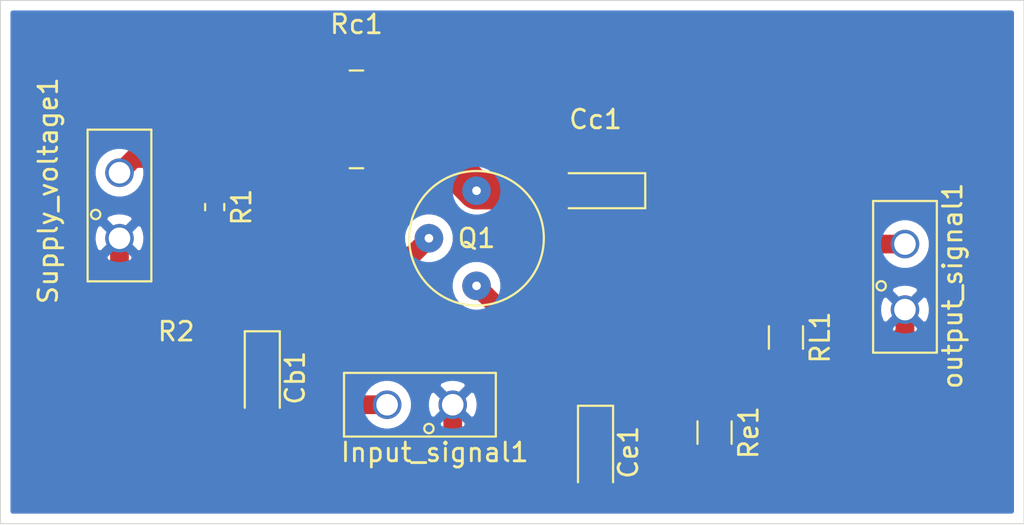
<source format=kicad_pcb>
(kicad_pcb (version 20171130) (host pcbnew 5.1.2-f72e74a~84~ubuntu18.04.1)

  (general
    (thickness 1.6)
    (drawings 5)
    (tracks 44)
    (zones 0)
    (modules 12)
    (nets 8)
  )

  (page A4)
  (layers
    (0 F.Cu signal)
    (31 B.Cu signal)
    (32 B.Adhes user)
    (33 F.Adhes user)
    (34 B.Paste user)
    (35 F.Paste user)
    (36 B.SilkS user)
    (37 F.SilkS user)
    (38 B.Mask user)
    (39 F.Mask user)
    (40 Dwgs.User user)
    (41 Cmts.User user)
    (42 Eco1.User user)
    (43 Eco2.User user)
    (44 Edge.Cuts user)
    (45 Margin user hide)
    (46 B.CrtYd user)
    (47 F.CrtYd user)
    (48 B.Fab user)
    (49 F.Fab user)
  )

  (setup
    (last_trace_width 0.25)
    (trace_clearance 0.2)
    (zone_clearance 0.508)
    (zone_45_only no)
    (trace_min 0.2)
    (via_size 0.8)
    (via_drill 0.4)
    (via_min_size 0.4)
    (via_min_drill 0.3)
    (uvia_size 0.3)
    (uvia_drill 0.1)
    (uvias_allowed no)
    (uvia_min_size 0.2)
    (uvia_min_drill 0.1)
    (edge_width 0.05)
    (segment_width 0.2)
    (pcb_text_width 0.3)
    (pcb_text_size 1.5 1.5)
    (mod_edge_width 0.12)
    (mod_text_size 1 1)
    (mod_text_width 0.15)
    (pad_size 1.524 1.524)
    (pad_drill 0.762)
    (pad_to_mask_clearance 0.051)
    (solder_mask_min_width 0.25)
    (aux_axis_origin 0 0)
    (visible_elements FFFFFF7F)
    (pcbplotparams
      (layerselection 0x010fc_ffffffff)
      (usegerberextensions true)
      (usegerberattributes false)
      (usegerberadvancedattributes false)
      (creategerberjobfile false)
      (excludeedgelayer true)
      (linewidth 0.100000)
      (plotframeref false)
      (viasonmask false)
      (mode 1)
      (useauxorigin false)
      (hpglpennumber 1)
      (hpglpenspeed 20)
      (hpglpendiameter 15.000000)
      (psnegative false)
      (psa4output false)
      (plotreference true)
      (plotvalue true)
      (plotinvisibletext false)
      (padsonsilk false)
      (subtractmaskfromsilk false)
      (outputformat 1)
      (mirror false)
      (drillshape 0)
      (scaleselection 1)
      (outputdirectory "datasheet_composants/drill/"))
  )

  (net 0 "")
  (net 1 in)
  (net 2 VR1)
  (net 3 Vc)
  (net 4 out)
  (net 5 GND)
  (net 6 Ve)
  (net 7 V2)

  (net_class Default "This is the default net class."
    (clearance 0.2)
    (trace_width 0.25)
    (via_dia 0.8)
    (via_drill 0.4)
    (uvia_dia 0.3)
    (uvia_drill 0.1)
    (add_net GND)
    (add_net V2)
    (add_net VR1)
    (add_net Vc)
    (add_net Ve)
    (add_net in)
    (add_net out)
  )

  (module Resistor_SMD:R_1206_3216Metric_Pad1.42x1.75mm_HandSolder (layer F.Cu) (tedit 5B301BBD) (tstamp 5D0108CC)
    (at 171.45 137.3775 270)
    (descr "Resistor SMD 1206 (3216 Metric), square (rectangular) end terminal, IPC_7351 nominal with elongated pad for handsoldering. (Body size source: http://www.tortai-tech.com/upload/download/2011102023233369053.pdf), generated with kicad-footprint-generator")
    (tags "resistor handsolder")
    (path /5CFC2981)
    (attr smd)
    (fp_text reference Re1 (at 0 -1.82 90) (layer F.SilkS)
      (effects (font (size 1 1) (thickness 0.15)))
    )
    (fp_text value 12 (at 2.3225 -1.27 90) (layer F.Fab)
      (effects (font (size 1 1) (thickness 0.15)))
    )
    (fp_text user %R (at 0 0 90) (layer F.Fab)
      (effects (font (size 0.8 0.8) (thickness 0.12)))
    )
    (fp_line (start 2.45 1.12) (end -2.45 1.12) (layer F.CrtYd) (width 0.05))
    (fp_line (start 2.45 -1.12) (end 2.45 1.12) (layer F.CrtYd) (width 0.05))
    (fp_line (start -2.45 -1.12) (end 2.45 -1.12) (layer F.CrtYd) (width 0.05))
    (fp_line (start -2.45 1.12) (end -2.45 -1.12) (layer F.CrtYd) (width 0.05))
    (fp_line (start -0.602064 0.91) (end 0.602064 0.91) (layer F.SilkS) (width 0.12))
    (fp_line (start -0.602064 -0.91) (end 0.602064 -0.91) (layer F.SilkS) (width 0.12))
    (fp_line (start 1.6 0.8) (end -1.6 0.8) (layer F.Fab) (width 0.1))
    (fp_line (start 1.6 -0.8) (end 1.6 0.8) (layer F.Fab) (width 0.1))
    (fp_line (start -1.6 -0.8) (end 1.6 -0.8) (layer F.Fab) (width 0.1))
    (fp_line (start -1.6 0.8) (end -1.6 -0.8) (layer F.Fab) (width 0.1))
    (pad 2 smd roundrect (at 1.4875 0 270) (size 1.425 1.75) (layers F.Cu F.Paste F.Mask) (roundrect_rratio 0.175439)
      (net 5 GND))
    (pad 1 smd roundrect (at -1.4875 0 270) (size 1.425 1.75) (layers F.Cu F.Paste F.Mask) (roundrect_rratio 0.175439)
      (net 6 Ve))
    (model ${KISYS3DMOD}/Resistor_SMD.3dshapes/R_1206_3216Metric.wrl
      (at (xyz 0 0 0))
      (scale (xyz 1 1 1))
      (rotate (xyz 0 0 0))
    )
  )

  (module Resistor_SMD:R_1206_3216Metric_Pad1.42x1.75mm_HandSolder (layer F.Cu) (tedit 5B301BBD) (tstamp 5D0108DD)
    (at 175.26 132.2975 270)
    (descr "Resistor SMD 1206 (3216 Metric), square (rectangular) end terminal, IPC_7351 nominal with elongated pad for handsoldering. (Body size source: http://www.tortai-tech.com/upload/download/2011102023233369053.pdf), generated with kicad-footprint-generator")
    (tags "resistor handsolder")
    (path /5CFA6508)
    (attr smd)
    (fp_text reference RL1 (at 0 -1.82 90) (layer F.SilkS)
      (effects (font (size 1 1) (thickness 0.15)))
    )
    (fp_text value 1MEG (at 0 1.82 90) (layer F.Fab)
      (effects (font (size 1 1) (thickness 0.15)))
    )
    (fp_text user %R (at 0 0 90) (layer F.Fab)
      (effects (font (size 0.8 0.8) (thickness 0.12)))
    )
    (fp_line (start 2.45 1.12) (end -2.45 1.12) (layer F.CrtYd) (width 0.05))
    (fp_line (start 2.45 -1.12) (end 2.45 1.12) (layer F.CrtYd) (width 0.05))
    (fp_line (start -2.45 -1.12) (end 2.45 -1.12) (layer F.CrtYd) (width 0.05))
    (fp_line (start -2.45 1.12) (end -2.45 -1.12) (layer F.CrtYd) (width 0.05))
    (fp_line (start -0.602064 0.91) (end 0.602064 0.91) (layer F.SilkS) (width 0.12))
    (fp_line (start -0.602064 -0.91) (end 0.602064 -0.91) (layer F.SilkS) (width 0.12))
    (fp_line (start 1.6 0.8) (end -1.6 0.8) (layer F.Fab) (width 0.1))
    (fp_line (start 1.6 -0.8) (end 1.6 0.8) (layer F.Fab) (width 0.1))
    (fp_line (start -1.6 -0.8) (end 1.6 -0.8) (layer F.Fab) (width 0.1))
    (fp_line (start -1.6 0.8) (end -1.6 -0.8) (layer F.Fab) (width 0.1))
    (pad 2 smd roundrect (at 1.4875 0 270) (size 1.425 1.75) (layers F.Cu F.Paste F.Mask) (roundrect_rratio 0.175439)
      (net 5 GND))
    (pad 1 smd roundrect (at -1.4875 0 270) (size 1.425 1.75) (layers F.Cu F.Paste F.Mask) (roundrect_rratio 0.175439)
      (net 4 out))
    (model ${KISYS3DMOD}/Resistor_SMD.3dshapes/R_1206_3216Metric.wrl
      (at (xyz 0 0 0))
      (scale (xyz 1 1 1))
      (rotate (xyz 0 0 0))
    )
  )

  (module Resistor_SMD:R_1020_2550Metric_Pad1.33x5.20mm_HandSolder (layer F.Cu) (tedit 5B301BBD) (tstamp 5D0108BB)
    (at 152.3425 120.65)
    (descr "Resistor SMD 1020 (2550 Metric), square (rectangular) end terminal, IPC_7351 nominal with elongated pad for handsoldering. (Body size source: https://www.vishay.com/docs/20019/rcwe.pdf), generated with kicad-footprint-generator")
    (tags "resistor handsolder")
    (path /5CFC16A7)
    (attr smd)
    (fp_text reference Rc1 (at 0 -5.08) (layer F.SilkS)
      (effects (font (size 1 1) (thickness 0.15)))
    )
    (fp_text value 20 (at 0.0575 -3.81) (layer F.Fab)
      (effects (font (size 1 1) (thickness 0.15)))
    )
    (fp_text user %R (at 0 0) (layer F.Fab)
      (effects (font (size 0.62 0.62) (thickness 0.09)))
    )
    (fp_line (start 2.12 2.85) (end -2.12 2.85) (layer F.CrtYd) (width 0.05))
    (fp_line (start 2.12 -2.85) (end 2.12 2.85) (layer F.CrtYd) (width 0.05))
    (fp_line (start -2.12 -2.85) (end 2.12 -2.85) (layer F.CrtYd) (width 0.05))
    (fp_line (start -2.12 2.85) (end -2.12 -2.85) (layer F.CrtYd) (width 0.05))
    (fp_line (start -0.361252 2.61) (end 0.361252 2.61) (layer F.SilkS) (width 0.12))
    (fp_line (start -0.361252 -2.61) (end 0.361252 -2.61) (layer F.SilkS) (width 0.12))
    (fp_line (start 1.25 2.5) (end -1.25 2.5) (layer F.Fab) (width 0.1))
    (fp_line (start 1.25 -2.5) (end 1.25 2.5) (layer F.Fab) (width 0.1))
    (fp_line (start -1.25 -2.5) (end 1.25 -2.5) (layer F.Fab) (width 0.1))
    (fp_line (start -1.25 2.5) (end -1.25 -2.5) (layer F.Fab) (width 0.1))
    (pad 2 smd roundrect (at 1.2125 0) (size 1.325 5.2) (layers F.Cu F.Paste F.Mask) (roundrect_rratio 0.188679)
      (net 3 Vc))
    (pad 1 smd roundrect (at -1.2125 0) (size 1.325 5.2) (layers F.Cu F.Paste F.Mask) (roundrect_rratio 0.188679)
      (net 7 V2))
    (model ${KISYS3DMOD}/Resistor_SMD.3dshapes/R_1020_2550Metric.wrl
      (at (xyz 0 0 0))
      (scale (xyz 1 1 1))
      (rotate (xyz 0 0 0))
    )
  )

  (module borniers:PRT-08084 (layer F.Cu) (tedit 5D01074F) (tstamp 5D0116B3)
    (at 176.53 130.81 270)
    (path /5D0B88EB)
    (fp_text reference output_signal1 (at -1.27 -7.62 90) (layer F.SilkS)
      (effects (font (size 1 1) (thickness 0.15)))
    )
    (fp_text value Vout (at -2.54 -10.16 90) (layer F.Fab)
      (effects (font (size 1 1) (thickness 0.15)))
    )
    (fp_circle (center -1.27 -3.81) (end -1.02 -3.81) (layer F.SilkS) (width 0.12))
    (fp_line (start 2.3 -3.38) (end -5.8 -3.38) (layer F.SilkS) (width 0.12))
    (fp_line (start -5.8 -6.78) (end 2.3 -6.78) (layer F.SilkS) (width 0.12))
    (fp_line (start 2.3 -3.38) (end 2.3 -6.78) (layer F.SilkS) (width 0.12))
    (fp_line (start -5.8 -3.38) (end -5.8 -6.78) (layer F.SilkS) (width 0.12))
    (pad 2 thru_hole circle (at 0 -5.08 270) (size 1.524 1.524) (drill 1.15) (layers *.Cu *.Mask)
      (net 5 GND))
    (pad 1 thru_hole circle (at -3.5 -5.08 270) (size 1.524 1.524) (drill 1.15) (layers *.Cu *.Mask)
      (net 4 out))
  )

  (module Capacitor_Tantalum_SMD:CP_EIA-3216-10_Kemet-I_Pad1.58x1.35mm_HandSolder (layer F.Cu) (tedit 5B301BBE) (tstamp 5D010864)
    (at 165.2675 124.46 180)
    (descr "Tantalum Capacitor SMD Kemet-I (3216-10 Metric), IPC_7351 nominal, (Body size from: http://www.kemet.com/Lists/ProductCatalog/Attachments/253/KEM_TC101_STD.pdf), generated with kicad-footprint-generator")
    (tags "capacitor tantalum")
    (path /5CF920F7)
    (attr smd)
    (fp_text reference Cc1 (at 0.1675 3.81) (layer F.SilkS)
      (effects (font (size 1 1) (thickness 0.15)))
    )
    (fp_text value 10u (at 0 1.75) (layer F.Fab)
      (effects (font (size 1 1) (thickness 0.15)))
    )
    (fp_text user %R (at 0 0) (layer F.Fab)
      (effects (font (size 0.8 0.8) (thickness 0.12)))
    )
    (fp_line (start 2.48 1.05) (end -2.48 1.05) (layer F.CrtYd) (width 0.05))
    (fp_line (start 2.48 -1.05) (end 2.48 1.05) (layer F.CrtYd) (width 0.05))
    (fp_line (start -2.48 -1.05) (end 2.48 -1.05) (layer F.CrtYd) (width 0.05))
    (fp_line (start -2.48 1.05) (end -2.48 -1.05) (layer F.CrtYd) (width 0.05))
    (fp_line (start -2.485 0.935) (end 1.6 0.935) (layer F.SilkS) (width 0.12))
    (fp_line (start -2.485 -0.935) (end -2.485 0.935) (layer F.SilkS) (width 0.12))
    (fp_line (start 1.6 -0.935) (end -2.485 -0.935) (layer F.SilkS) (width 0.12))
    (fp_line (start 1.6 0.8) (end 1.6 -0.8) (layer F.Fab) (width 0.1))
    (fp_line (start -1.6 0.8) (end 1.6 0.8) (layer F.Fab) (width 0.1))
    (fp_line (start -1.6 -0.4) (end -1.6 0.8) (layer F.Fab) (width 0.1))
    (fp_line (start -1.2 -0.8) (end -1.6 -0.4) (layer F.Fab) (width 0.1))
    (fp_line (start 1.6 -0.8) (end -1.2 -0.8) (layer F.Fab) (width 0.1))
    (pad 2 smd roundrect (at 1.4375 0 180) (size 1.575 1.35) (layers F.Cu F.Paste F.Mask) (roundrect_rratio 0.185185)
      (net 3 Vc))
    (pad 1 smd roundrect (at -1.4375 0 180) (size 1.575 1.35) (layers F.Cu F.Paste F.Mask) (roundrect_rratio 0.185185)
      (net 4 out))
    (model ${KISYS3DMOD}/Capacitor_Tantalum_SMD.3dshapes/CP_EIA-3216-10_Kemet-I.wrl
      (at (xyz 0 0 0))
      (scale (xyz 1 1 1))
      (rotate (xyz 0 0 0))
    )
  )

  (module borniers:PRT-08084 (layer F.Cu) (tedit 5D01074F) (tstamp 5D0108E8)
    (at 134.62 127 270)
    (path /5D0A2153)
    (fp_text reference Supply_voltage1 (at -2.54 -1.27 90) (layer F.SilkS)
      (effects (font (size 1 1) (thickness 0.15)))
    )
    (fp_text value Vcc_conn (at -2.54 -2.54 90) (layer F.Fab)
      (effects (font (size 1 1) (thickness 0.15)))
    )
    (fp_circle (center -1.27 -3.81) (end -1.02 -3.81) (layer F.SilkS) (width 0.12))
    (fp_line (start 2.3 -3.38) (end -5.8 -3.38) (layer F.SilkS) (width 0.12))
    (fp_line (start -5.8 -6.78) (end 2.3 -6.78) (layer F.SilkS) (width 0.12))
    (fp_line (start 2.3 -3.38) (end 2.3 -6.78) (layer F.SilkS) (width 0.12))
    (fp_line (start -5.8 -3.38) (end -5.8 -6.78) (layer F.SilkS) (width 0.12))
    (pad 2 thru_hole circle (at 0 -5.08 270) (size 1.524 1.524) (drill 1.15) (layers *.Cu *.Mask)
      (net 5 GND))
    (pad 1 thru_hole circle (at -3.5 -5.08 270) (size 1.524 1.524) (drill 1.15) (layers *.Cu *.Mask)
      (net 7 V2))
  )

  (module 2n2219:2N2219 (layer F.Cu) (tedit 5D00B776) (tstamp 5D01088A)
    (at 158.75 132.08)
    (path /5CFC1062)
    (fp_text reference Q1 (at 0 -5.08) (layer F.SilkS)
      (effects (font (size 1 1) (thickness 0.15)))
    )
    (fp_text value 2N2219 (at -2.54 -1.27) (layer F.Fab)
      (effects (font (size 1 1) (thickness 0.15)))
    )
    (fp_circle (center 0 -5.08) (end 2.54 -7.62) (layer F.SilkS) (width 0.12))
    (pad 3 thru_hole circle (at 0 -7.62) (size 1.524 1.524) (drill 0.46) (layers *.Cu *.Mask)
      (net 3 Vc))
    (pad 2 thru_hole circle (at -2.54 -5.08) (size 1.524 1.524) (drill 0.46) (layers *.Cu *.Mask)
      (net 2 VR1))
    (pad 1 thru_hole circle (at 0 -2.54) (size 1.524 1.524) (drill 0.46) (layers *.Cu *.Mask)
      (net 6 Ve))
  )

  (module Resistor_SMD:R_0603_1608Metric_Pad1.05x0.95mm_HandSolder (layer F.Cu) (tedit 5B301BBD) (tstamp 5D01089B)
    (at 144.78 125.335 270)
    (descr "Resistor SMD 0603 (1608 Metric), square (rectangular) end terminal, IPC_7351 nominal with elongated pad for handsoldering. (Body size source: http://www.tortai-tech.com/upload/download/2011102023233369053.pdf), generated with kicad-footprint-generator")
    (tags "resistor handsolder")
    (path /5CFC40BB)
    (attr smd)
    (fp_text reference R1 (at 0 -1.43 90) (layer F.SilkS)
      (effects (font (size 1 1) (thickness 0.15)))
    )
    (fp_text value 2.8k (at 0 1.43 90) (layer F.Fab)
      (effects (font (size 1 1) (thickness 0.15)))
    )
    (fp_text user %R (at 0 0 90) (layer F.Fab)
      (effects (font (size 0.4 0.4) (thickness 0.06)))
    )
    (fp_line (start 1.65 0.73) (end -1.65 0.73) (layer F.CrtYd) (width 0.05))
    (fp_line (start 1.65 -0.73) (end 1.65 0.73) (layer F.CrtYd) (width 0.05))
    (fp_line (start -1.65 -0.73) (end 1.65 -0.73) (layer F.CrtYd) (width 0.05))
    (fp_line (start -1.65 0.73) (end -1.65 -0.73) (layer F.CrtYd) (width 0.05))
    (fp_line (start -0.171267 0.51) (end 0.171267 0.51) (layer F.SilkS) (width 0.12))
    (fp_line (start -0.171267 -0.51) (end 0.171267 -0.51) (layer F.SilkS) (width 0.12))
    (fp_line (start 0.8 0.4) (end -0.8 0.4) (layer F.Fab) (width 0.1))
    (fp_line (start 0.8 -0.4) (end 0.8 0.4) (layer F.Fab) (width 0.1))
    (fp_line (start -0.8 -0.4) (end 0.8 -0.4) (layer F.Fab) (width 0.1))
    (fp_line (start -0.8 0.4) (end -0.8 -0.4) (layer F.Fab) (width 0.1))
    (pad 2 smd roundrect (at 0.875 0 270) (size 1.05 0.95) (layers F.Cu F.Paste F.Mask) (roundrect_rratio 0.25)
      (net 2 VR1))
    (pad 1 smd roundrect (at -0.875 0 270) (size 1.05 0.95) (layers F.Cu F.Paste F.Mask) (roundrect_rratio 0.25)
      (net 7 V2))
    (model ${KISYS3DMOD}/Resistor_SMD.3dshapes/R_0603_1608Metric.wrl
      (at (xyz 0 0 0))
      (scale (xyz 1 1 1))
      (rotate (xyz 0 0 0))
    )
  )

  (module borniers:PRT-08084 (layer F.Cu) (tedit 5D01074F) (tstamp 5D010882)
    (at 157.48 140.97)
    (path /5D0A9436)
    (fp_text reference Input_signal1 (at -0.96 -2.54) (layer F.SilkS)
      (effects (font (size 1 1) (thickness 0.15)))
    )
    (fp_text value Vin_conn (at -0.96 -1.27) (layer F.Fab)
      (effects (font (size 1 1) (thickness 0.15)))
    )
    (fp_circle (center -1.27 -3.81) (end -1.02 -3.81) (layer F.SilkS) (width 0.12))
    (fp_line (start 2.3 -3.38) (end -5.8 -3.38) (layer F.SilkS) (width 0.12))
    (fp_line (start -5.8 -6.78) (end 2.3 -6.78) (layer F.SilkS) (width 0.12))
    (fp_line (start 2.3 -3.38) (end 2.3 -6.78) (layer F.SilkS) (width 0.12))
    (fp_line (start -5.8 -3.38) (end -5.8 -6.78) (layer F.SilkS) (width 0.12))
    (pad 2 thru_hole circle (at 0 -5.08) (size 1.524 1.524) (drill 1.15) (layers *.Cu *.Mask)
      (net 5 GND))
    (pad 1 thru_hole circle (at -3.5 -5.08) (size 1.524 1.524) (drill 1.15) (layers *.Cu *.Mask)
      (net 1 in))
  )

  (module Resistor_SMD:R_0402_1005Metric (layer F.Cu) (tedit 5B301BBD) (tstamp 5D0108AA)
    (at 142.725 130.81 180)
    (descr "Resistor SMD 0402 (1005 Metric), square (rectangular) end terminal, IPC_7351 nominal, (Body size source: http://www.tortai-tech.com/upload/download/2011102023233369053.pdf), generated with kicad-footprint-generator")
    (tags resistor)
    (path /5CFC4429)
    (attr smd)
    (fp_text reference R2 (at 0 -1.17) (layer F.SilkS)
      (effects (font (size 1 1) (thickness 0.15)))
    )
    (fp_text value 1.8k (at 0 1.17) (layer F.Fab)
      (effects (font (size 1 1) (thickness 0.15)))
    )
    (fp_text user %R (at 0 0) (layer F.Fab)
      (effects (font (size 0.25 0.25) (thickness 0.04)))
    )
    (fp_line (start 0.93 0.47) (end -0.93 0.47) (layer F.CrtYd) (width 0.05))
    (fp_line (start 0.93 -0.47) (end 0.93 0.47) (layer F.CrtYd) (width 0.05))
    (fp_line (start -0.93 -0.47) (end 0.93 -0.47) (layer F.CrtYd) (width 0.05))
    (fp_line (start -0.93 0.47) (end -0.93 -0.47) (layer F.CrtYd) (width 0.05))
    (fp_line (start 0.5 0.25) (end -0.5 0.25) (layer F.Fab) (width 0.1))
    (fp_line (start 0.5 -0.25) (end 0.5 0.25) (layer F.Fab) (width 0.1))
    (fp_line (start -0.5 -0.25) (end 0.5 -0.25) (layer F.Fab) (width 0.1))
    (fp_line (start -0.5 0.25) (end -0.5 -0.25) (layer F.Fab) (width 0.1))
    (pad 2 smd roundrect (at 0.485 0 180) (size 0.59 0.64) (layers F.Cu F.Paste F.Mask) (roundrect_rratio 0.25)
      (net 5 GND))
    (pad 1 smd roundrect (at -0.485 0 180) (size 0.59 0.64) (layers F.Cu F.Paste F.Mask) (roundrect_rratio 0.25)
      (net 2 VR1))
    (model ${KISYS3DMOD}/Resistor_SMD.3dshapes/R_0402_1005Metric.wrl
      (at (xyz 0 0 0))
      (scale (xyz 1 1 1))
      (rotate (xyz 0 0 0))
    )
  )

  (module Capacitor_Tantalum_SMD:CP_EIA-3216-10_Kemet-I_Pad1.58x1.35mm_HandSolder (layer F.Cu) (tedit 5B301BBE) (tstamp 5D010877)
    (at 165.1 138.43 270)
    (descr "Tantalum Capacitor SMD Kemet-I (3216-10 Metric), IPC_7351 nominal, (Body size from: http://www.kemet.com/Lists/ProductCatalog/Attachments/253/KEM_TC101_STD.pdf), generated with kicad-footprint-generator")
    (tags "capacitor tantalum")
    (path /5CFF0991)
    (attr smd)
    (fp_text reference Ce1 (at 0 -1.75 90) (layer F.SilkS)
      (effects (font (size 1 1) (thickness 0.15)))
    )
    (fp_text value 10u (at 2.3725 -1.27 90) (layer F.Fab)
      (effects (font (size 1 1) (thickness 0.15)))
    )
    (fp_text user %R (at 0 0 90) (layer F.Fab)
      (effects (font (size 0.8 0.8) (thickness 0.12)))
    )
    (fp_line (start 2.48 1.05) (end -2.48 1.05) (layer F.CrtYd) (width 0.05))
    (fp_line (start 2.48 -1.05) (end 2.48 1.05) (layer F.CrtYd) (width 0.05))
    (fp_line (start -2.48 -1.05) (end 2.48 -1.05) (layer F.CrtYd) (width 0.05))
    (fp_line (start -2.48 1.05) (end -2.48 -1.05) (layer F.CrtYd) (width 0.05))
    (fp_line (start -2.485 0.935) (end 1.6 0.935) (layer F.SilkS) (width 0.12))
    (fp_line (start -2.485 -0.935) (end -2.485 0.935) (layer F.SilkS) (width 0.12))
    (fp_line (start 1.6 -0.935) (end -2.485 -0.935) (layer F.SilkS) (width 0.12))
    (fp_line (start 1.6 0.8) (end 1.6 -0.8) (layer F.Fab) (width 0.1))
    (fp_line (start -1.6 0.8) (end 1.6 0.8) (layer F.Fab) (width 0.1))
    (fp_line (start -1.6 -0.4) (end -1.6 0.8) (layer F.Fab) (width 0.1))
    (fp_line (start -1.2 -0.8) (end -1.6 -0.4) (layer F.Fab) (width 0.1))
    (fp_line (start 1.6 -0.8) (end -1.2 -0.8) (layer F.Fab) (width 0.1))
    (pad 2 smd roundrect (at 1.4375 0 270) (size 1.575 1.35) (layers F.Cu F.Paste F.Mask) (roundrect_rratio 0.185185)
      (net 5 GND))
    (pad 1 smd roundrect (at -1.4375 0 270) (size 1.575 1.35) (layers F.Cu F.Paste F.Mask) (roundrect_rratio 0.185185)
      (net 6 Ve))
    (model ${KISYS3DMOD}/Capacitor_Tantalum_SMD.3dshapes/CP_EIA-3216-10_Kemet-I.wrl
      (at (xyz 0 0 0))
      (scale (xyz 1 1 1))
      (rotate (xyz 0 0 0))
    )
  )

  (module Capacitor_Tantalum_SMD:CP_EIA-3216-10_Kemet-I_Pad1.58x1.35mm_HandSolder (layer F.Cu) (tedit 5B301BBE) (tstamp 5D010851)
    (at 147.32 134.4525 270)
    (descr "Tantalum Capacitor SMD Kemet-I (3216-10 Metric), IPC_7351 nominal, (Body size from: http://www.kemet.com/Lists/ProductCatalog/Attachments/253/KEM_TC101_STD.pdf), generated with kicad-footprint-generator")
    (tags "capacitor tantalum")
    (path /5CFC7E71)
    (attr smd)
    (fp_text reference Cb1 (at 0 -1.75 90) (layer F.SilkS)
      (effects (font (size 1 1) (thickness 0.15)))
    )
    (fp_text value 10u (at 0 1.75 90) (layer F.Fab)
      (effects (font (size 1 1) (thickness 0.15)))
    )
    (fp_text user %R (at 0 0 90) (layer F.Fab)
      (effects (font (size 0.8 0.8) (thickness 0.12)))
    )
    (fp_line (start 2.48 1.05) (end -2.48 1.05) (layer F.CrtYd) (width 0.05))
    (fp_line (start 2.48 -1.05) (end 2.48 1.05) (layer F.CrtYd) (width 0.05))
    (fp_line (start -2.48 -1.05) (end 2.48 -1.05) (layer F.CrtYd) (width 0.05))
    (fp_line (start -2.48 1.05) (end -2.48 -1.05) (layer F.CrtYd) (width 0.05))
    (fp_line (start -2.485 0.935) (end 1.6 0.935) (layer F.SilkS) (width 0.12))
    (fp_line (start -2.485 -0.935) (end -2.485 0.935) (layer F.SilkS) (width 0.12))
    (fp_line (start 1.6 -0.935) (end -2.485 -0.935) (layer F.SilkS) (width 0.12))
    (fp_line (start 1.6 0.8) (end 1.6 -0.8) (layer F.Fab) (width 0.1))
    (fp_line (start -1.6 0.8) (end 1.6 0.8) (layer F.Fab) (width 0.1))
    (fp_line (start -1.6 -0.4) (end -1.6 0.8) (layer F.Fab) (width 0.1))
    (fp_line (start -1.2 -0.8) (end -1.6 -0.4) (layer F.Fab) (width 0.1))
    (fp_line (start 1.6 -0.8) (end -1.2 -0.8) (layer F.Fab) (width 0.1))
    (pad 2 smd roundrect (at 1.4375 0 270) (size 1.575 1.35) (layers F.Cu F.Paste F.Mask) (roundrect_rratio 0.185185)
      (net 1 in))
    (pad 1 smd roundrect (at -1.4375 0 270) (size 1.575 1.35) (layers F.Cu F.Paste F.Mask) (roundrect_rratio 0.185185)
      (net 2 VR1))
    (model ${KISYS3DMOD}/Capacitor_Tantalum_SMD.3dshapes/CP_EIA-3216-10_Kemet-I.wrl
      (at (xyz 0 0 0))
      (scale (xyz 1 1 1))
      (rotate (xyz 0 0 0))
    )
  )

  (gr_line (start 187.96 142.24) (end 187.96 114.3) (layer Edge.Cuts) (width 0.05) (tstamp 5D01F53A))
  (gr_line (start 133.35 142.24) (end 133.35 139.7) (layer Edge.Cuts) (width 0.05) (tstamp 5D01F488))
  (gr_line (start 187.96 142.24) (end 133.35 142.24) (layer Edge.Cuts) (width 0.05))
  (gr_line (start 133.35 114.3) (end 187.96 114.3) (layer Edge.Cuts) (width 0.05))
  (gr_line (start 133.35 139.7) (end 133.35 114.3) (layer Edge.Cuts) (width 0.05))

  (segment (start 147.32 135.89) (end 153.98 135.89) (width 1) (layer F.Cu) (net 1))
  (segment (start 144.78 126.21) (end 144.78 130.81) (width 0.5) (layer F.Cu) (net 2))
  (segment (start 144.78 130.81) (end 143.21 130.81) (width 0.5) (layer F.Cu) (net 2))
  (segment (start 144.78 130.81) (end 146.985 133.015) (width 0.5) (layer F.Cu) (net 2))
  (segment (start 150.195 133.015) (end 156.21 127) (width 1) (layer F.Cu) (net 2))
  (segment (start 147.32 133.015) (end 150.195 133.015) (width 1) (layer F.Cu) (net 2))
  (segment (start 154.94 120.65) (end 158.75 124.46) (width 2) (layer F.Cu) (net 3))
  (segment (start 153.555 120.65) (end 154.94 120.65) (width 2) (layer F.Cu) (net 3))
  (segment (start 163.83 124.46) (end 158.75 124.46) (width 2) (layer F.Cu) (net 3))
  (segment (start 175.26 130.81) (end 175.26 129.54) (width 1) (layer F.Cu) (net 4))
  (segment (start 175.26 129.54) (end 175.26 127.935) (width 1) (layer F.Cu) (net 4))
  (segment (start 175.885 127.31) (end 181.61 127.31) (width 1) (layer F.Cu) (net 4))
  (segment (start 175.26 127.935) (end 175.885 127.31) (width 1) (layer F.Cu) (net 4))
  (segment (start 170.18 127.935) (end 166.705 124.46) (width 1) (layer F.Cu) (net 4))
  (segment (start 175.26 127.935) (end 170.18 127.935) (width 1) (layer F.Cu) (net 4))
  (segment (start 170.4475 139.8675) (end 171.45 138.865) (width 1) (layer F.Cu) (net 5))
  (segment (start 165.1 139.8675) (end 170.4475 139.8675) (width 1) (layer F.Cu) (net 5))
  (segment (start 171.45 138.865) (end 173.555 138.865) (width 1) (layer F.Cu) (net 5))
  (segment (start 173.555 138.865) (end 175.26 137.16) (width 1) (layer F.Cu) (net 5))
  (segment (start 175.26 137.16) (end 175.26 133.785) (width 1) (layer F.Cu) (net 5))
  (segment (start 175.26 133.785) (end 179.905 133.785) (width 1) (layer F.Cu) (net 5))
  (segment (start 179.905 133.785) (end 181.61 132.08) (width 1) (layer F.Cu) (net 5))
  (segment (start 181.61 132.08) (end 181.61 130.81) (width 1) (layer F.Cu) (net 5))
  (segment (start 142.24 130.81) (end 142.24 134.62) (width 0.5) (layer F.Cu) (net 5))
  (segment (start 157.48 135.89) (end 157.48 138.43) (width 1) (layer F.Cu) (net 5))
  (segment (start 158.9175 139.8675) (end 165.1 139.8675) (width 1) (layer F.Cu) (net 5))
  (segment (start 158.75 139.7) (end 147.32 139.7) (width 1) (layer F.Cu) (net 5))
  (segment (start 158.75 139.7) (end 158.9175 139.8675) (width 0.25) (layer F.Cu) (net 5))
  (segment (start 157.48 138.43) (end 158.75 139.7) (width 1) (layer F.Cu) (net 5))
  (segment (start 147.32 139.7) (end 142.24 134.62) (width 1) (layer F.Cu) (net 5))
  (segment (start 139.7 128.27) (end 142.24 130.81) (width 0.5) (layer F.Cu) (net 5))
  (segment (start 139.7 127) (end 139.7 128.27) (width 1) (layer F.Cu) (net 5))
  (segment (start 165.1 135.89) (end 158.75 129.54) (width 1) (layer F.Cu) (net 6))
  (segment (start 165.1 136.9925) (end 165.1 135.89) (width 1) (layer F.Cu) (net 6))
  (segment (start 170.3475 136.9925) (end 171.45 135.89) (width 1) (layer F.Cu) (net 6))
  (segment (start 164.9325 137.16) (end 170.18 137.16) (width 1) (layer F.Cu) (net 6))
  (segment (start 144.78 124.46) (end 146.165 124.46) (width 1) (layer F.Cu) (net 7))
  (segment (start 146.165 124.46) (end 146.165 121.8625) (width 1) (layer F.Cu) (net 7))
  (segment (start 147.3775 120.65) (end 146.165 121.8625) (width 1) (layer F.Cu) (net 7))
  (segment (start 151.13 120.65) (end 147.3775 120.65) (width 1) (layer F.Cu) (net 7))
  (segment (start 144.280928 123.960928) (end 144.78 124.46) (width 0.25) (layer F.Cu) (net 7))
  (segment (start 143.058001 122.738001) (end 144.280928 123.960928) (width 1) (layer F.Cu) (net 7))
  (segment (start 139.7 123.5) (end 140.461999 122.738001) (width 1) (layer F.Cu) (net 7))
  (segment (start 140.461999 122.738001) (end 143.058001 122.738001) (width 1) (layer F.Cu) (net 7))

  (zone (net 5) (net_name GND) (layer B.Cu) (tstamp 5D01FEDB) (hatch edge 0.508)
    (connect_pads (clearance 0.508))
    (min_thickness 0.254)
    (fill yes (arc_segments 32) (thermal_gap 0.508) (thermal_bridge_width 0.508))
    (polygon
      (pts
        (xy 133.35 114.3) (xy 187.96 114.3) (xy 187.96 142.24) (xy 133.35 142.24)
      )
    )
    (filled_polygon
      (pts
        (xy 187.3 141.58) (xy 134.01 141.58) (xy 134.01 135.752408) (xy 152.583 135.752408) (xy 152.583 136.027592)
        (xy 152.636686 136.29749) (xy 152.741995 136.551727) (xy 152.89488 136.780535) (xy 153.089465 136.97512) (xy 153.318273 137.128005)
        (xy 153.57251 137.233314) (xy 153.842408 137.287) (xy 154.117592 137.287) (xy 154.38749 137.233314) (xy 154.641727 137.128005)
        (xy 154.870535 136.97512) (xy 154.99009 136.855565) (xy 156.69404 136.855565) (xy 156.76102 137.095656) (xy 157.010048 137.212756)
        (xy 157.277135 137.279023) (xy 157.552017 137.29191) (xy 157.824133 137.250922) (xy 158.083023 137.157636) (xy 158.19898 137.095656)
        (xy 158.26596 136.855565) (xy 157.48 136.069605) (xy 156.69404 136.855565) (xy 154.99009 136.855565) (xy 155.06512 136.780535)
        (xy 155.218005 136.551727) (xy 155.323314 136.29749) (xy 155.377 136.027592) (xy 155.377 135.962017) (xy 156.07809 135.962017)
        (xy 156.119078 136.234133) (xy 156.212364 136.493023) (xy 156.274344 136.60898) (xy 156.514435 136.67596) (xy 157.300395 135.89)
        (xy 157.659605 135.89) (xy 158.445565 136.67596) (xy 158.685656 136.60898) (xy 158.802756 136.359952) (xy 158.869023 136.092865)
        (xy 158.88191 135.817983) (xy 158.840922 135.545867) (xy 158.747636 135.286977) (xy 158.685656 135.17102) (xy 158.445565 135.10404)
        (xy 157.659605 135.89) (xy 157.300395 135.89) (xy 156.514435 135.10404) (xy 156.274344 135.17102) (xy 156.157244 135.420048)
        (xy 156.090977 135.687135) (xy 156.07809 135.962017) (xy 155.377 135.962017) (xy 155.377 135.752408) (xy 155.323314 135.48251)
        (xy 155.218005 135.228273) (xy 155.06512 134.999465) (xy 154.99009 134.924435) (xy 156.69404 134.924435) (xy 157.48 135.710395)
        (xy 158.26596 134.924435) (xy 158.19898 134.684344) (xy 157.949952 134.567244) (xy 157.682865 134.500977) (xy 157.407983 134.48809)
        (xy 157.135867 134.529078) (xy 156.876977 134.622364) (xy 156.76102 134.684344) (xy 156.69404 134.924435) (xy 154.99009 134.924435)
        (xy 154.870535 134.80488) (xy 154.641727 134.651995) (xy 154.38749 134.546686) (xy 154.117592 134.493) (xy 153.842408 134.493)
        (xy 153.57251 134.546686) (xy 153.318273 134.651995) (xy 153.089465 134.80488) (xy 152.89488 134.999465) (xy 152.741995 135.228273)
        (xy 152.636686 135.48251) (xy 152.583 135.752408) (xy 134.01 135.752408) (xy 134.01 131.775565) (xy 180.82404 131.775565)
        (xy 180.89102 132.015656) (xy 181.140048 132.132756) (xy 181.407135 132.199023) (xy 181.682017 132.21191) (xy 181.954133 132.170922)
        (xy 182.213023 132.077636) (xy 182.32898 132.015656) (xy 182.39596 131.775565) (xy 181.61 130.989605) (xy 180.82404 131.775565)
        (xy 134.01 131.775565) (xy 134.01 129.402408) (xy 157.353 129.402408) (xy 157.353 129.677592) (xy 157.406686 129.94749)
        (xy 157.511995 130.201727) (xy 157.66488 130.430535) (xy 157.859465 130.62512) (xy 158.088273 130.778005) (xy 158.34251 130.883314)
        (xy 158.612408 130.937) (xy 158.887592 130.937) (xy 159.15749 130.883314) (xy 159.160621 130.882017) (xy 180.20809 130.882017)
        (xy 180.249078 131.154133) (xy 180.342364 131.413023) (xy 180.404344 131.52898) (xy 180.644435 131.59596) (xy 181.430395 130.81)
        (xy 181.789605 130.81) (xy 182.575565 131.59596) (xy 182.815656 131.52898) (xy 182.932756 131.279952) (xy 182.999023 131.012865)
        (xy 183.01191 130.737983) (xy 182.970922 130.465867) (xy 182.877636 130.206977) (xy 182.815656 130.09102) (xy 182.575565 130.02404)
        (xy 181.789605 130.81) (xy 181.430395 130.81) (xy 180.644435 130.02404) (xy 180.404344 130.09102) (xy 180.287244 130.340048)
        (xy 180.220977 130.607135) (xy 180.20809 130.882017) (xy 159.160621 130.882017) (xy 159.411727 130.778005) (xy 159.640535 130.62512)
        (xy 159.83512 130.430535) (xy 159.988005 130.201727) (xy 160.093314 129.94749) (xy 160.113812 129.844435) (xy 180.82404 129.844435)
        (xy 181.61 130.630395) (xy 182.39596 129.844435) (xy 182.32898 129.604344) (xy 182.079952 129.487244) (xy 181.812865 129.420977)
        (xy 181.537983 129.40809) (xy 181.265867 129.449078) (xy 181.006977 129.542364) (xy 180.89102 129.604344) (xy 180.82404 129.844435)
        (xy 160.113812 129.844435) (xy 160.147 129.677592) (xy 160.147 129.402408) (xy 160.093314 129.13251) (xy 159.988005 128.878273)
        (xy 159.83512 128.649465) (xy 159.640535 128.45488) (xy 159.411727 128.301995) (xy 159.15749 128.196686) (xy 158.887592 128.143)
        (xy 158.612408 128.143) (xy 158.34251 128.196686) (xy 158.088273 128.301995) (xy 157.859465 128.45488) (xy 157.66488 128.649465)
        (xy 157.511995 128.878273) (xy 157.406686 129.13251) (xy 157.353 129.402408) (xy 134.01 129.402408) (xy 134.01 127.965565)
        (xy 138.91404 127.965565) (xy 138.98102 128.205656) (xy 139.230048 128.322756) (xy 139.497135 128.389023) (xy 139.772017 128.40191)
        (xy 140.044133 128.360922) (xy 140.303023 128.267636) (xy 140.41898 128.205656) (xy 140.48596 127.965565) (xy 139.7 127.179605)
        (xy 138.91404 127.965565) (xy 134.01 127.965565) (xy 134.01 127.072017) (xy 138.29809 127.072017) (xy 138.339078 127.344133)
        (xy 138.432364 127.603023) (xy 138.494344 127.71898) (xy 138.734435 127.78596) (xy 139.520395 127) (xy 139.879605 127)
        (xy 140.665565 127.78596) (xy 140.905656 127.71898) (xy 141.022756 127.469952) (xy 141.089023 127.202865) (xy 141.10191 126.927983)
        (xy 141.092033 126.862408) (xy 154.813 126.862408) (xy 154.813 127.137592) (xy 154.866686 127.40749) (xy 154.971995 127.661727)
        (xy 155.12488 127.890535) (xy 155.319465 128.08512) (xy 155.548273 128.238005) (xy 155.80251 128.343314) (xy 156.072408 128.397)
        (xy 156.347592 128.397) (xy 156.61749 128.343314) (xy 156.871727 128.238005) (xy 157.100535 128.08512) (xy 157.29512 127.890535)
        (xy 157.448005 127.661727) (xy 157.553314 127.40749) (xy 157.600074 127.172408) (xy 180.213 127.172408) (xy 180.213 127.447592)
        (xy 180.266686 127.71749) (xy 180.371995 127.971727) (xy 180.52488 128.200535) (xy 180.719465 128.39512) (xy 180.948273 128.548005)
        (xy 181.20251 128.653314) (xy 181.472408 128.707) (xy 181.747592 128.707) (xy 182.01749 128.653314) (xy 182.271727 128.548005)
        (xy 182.500535 128.39512) (xy 182.69512 128.200535) (xy 182.848005 127.971727) (xy 182.953314 127.71749) (xy 183.007 127.447592)
        (xy 183.007 127.172408) (xy 182.953314 126.90251) (xy 182.848005 126.648273) (xy 182.69512 126.419465) (xy 182.500535 126.22488)
        (xy 182.271727 126.071995) (xy 182.01749 125.966686) (xy 181.747592 125.913) (xy 181.472408 125.913) (xy 181.20251 125.966686)
        (xy 180.948273 126.071995) (xy 180.719465 126.22488) (xy 180.52488 126.419465) (xy 180.371995 126.648273) (xy 180.266686 126.90251)
        (xy 180.213 127.172408) (xy 157.600074 127.172408) (xy 157.607 127.137592) (xy 157.607 126.862408) (xy 157.553314 126.59251)
        (xy 157.448005 126.338273) (xy 157.29512 126.109465) (xy 157.100535 125.91488) (xy 156.871727 125.761995) (xy 156.61749 125.656686)
        (xy 156.347592 125.603) (xy 156.072408 125.603) (xy 155.80251 125.656686) (xy 155.548273 125.761995) (xy 155.319465 125.91488)
        (xy 155.12488 126.109465) (xy 154.971995 126.338273) (xy 154.866686 126.59251) (xy 154.813 126.862408) (xy 141.092033 126.862408)
        (xy 141.060922 126.655867) (xy 140.967636 126.396977) (xy 140.905656 126.28102) (xy 140.665565 126.21404) (xy 139.879605 127)
        (xy 139.520395 127) (xy 138.734435 126.21404) (xy 138.494344 126.28102) (xy 138.377244 126.530048) (xy 138.310977 126.797135)
        (xy 138.29809 127.072017) (xy 134.01 127.072017) (xy 134.01 126.034435) (xy 138.91404 126.034435) (xy 139.7 126.820395)
        (xy 140.48596 126.034435) (xy 140.41898 125.794344) (xy 140.169952 125.677244) (xy 139.902865 125.610977) (xy 139.627983 125.59809)
        (xy 139.355867 125.639078) (xy 139.096977 125.732364) (xy 138.98102 125.794344) (xy 138.91404 126.034435) (xy 134.01 126.034435)
        (xy 134.01 123.362408) (xy 138.303 123.362408) (xy 138.303 123.637592) (xy 138.356686 123.90749) (xy 138.461995 124.161727)
        (xy 138.61488 124.390535) (xy 138.809465 124.58512) (xy 139.038273 124.738005) (xy 139.29251 124.843314) (xy 139.562408 124.897)
        (xy 139.837592 124.897) (xy 140.10749 124.843314) (xy 140.361727 124.738005) (xy 140.590535 124.58512) (xy 140.78512 124.390535)
        (xy 140.830641 124.322408) (xy 157.353 124.322408) (xy 157.353 124.597592) (xy 157.406686 124.86749) (xy 157.511995 125.121727)
        (xy 157.66488 125.350535) (xy 157.859465 125.54512) (xy 158.088273 125.698005) (xy 158.34251 125.803314) (xy 158.612408 125.857)
        (xy 158.887592 125.857) (xy 159.15749 125.803314) (xy 159.411727 125.698005) (xy 159.640535 125.54512) (xy 159.83512 125.350535)
        (xy 159.988005 125.121727) (xy 160.093314 124.86749) (xy 160.147 124.597592) (xy 160.147 124.322408) (xy 160.093314 124.05251)
        (xy 159.988005 123.798273) (xy 159.83512 123.569465) (xy 159.640535 123.37488) (xy 159.411727 123.221995) (xy 159.15749 123.116686)
        (xy 158.887592 123.063) (xy 158.612408 123.063) (xy 158.34251 123.116686) (xy 158.088273 123.221995) (xy 157.859465 123.37488)
        (xy 157.66488 123.569465) (xy 157.511995 123.798273) (xy 157.406686 124.05251) (xy 157.353 124.322408) (xy 140.830641 124.322408)
        (xy 140.938005 124.161727) (xy 141.043314 123.90749) (xy 141.097 123.637592) (xy 141.097 123.362408) (xy 141.043314 123.09251)
        (xy 140.938005 122.838273) (xy 140.78512 122.609465) (xy 140.590535 122.41488) (xy 140.361727 122.261995) (xy 140.10749 122.156686)
        (xy 139.837592 122.103) (xy 139.562408 122.103) (xy 139.29251 122.156686) (xy 139.038273 122.261995) (xy 138.809465 122.41488)
        (xy 138.61488 122.609465) (xy 138.461995 122.838273) (xy 138.356686 123.09251) (xy 138.303 123.362408) (xy 134.01 123.362408)
        (xy 134.01 114.96) (xy 187.300001 114.96)
      )
    )
  )
)

</source>
